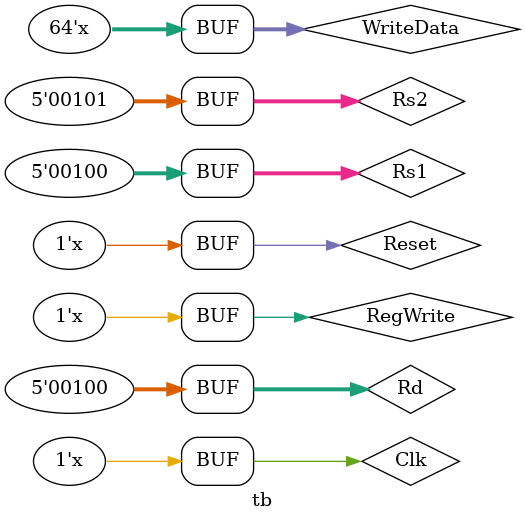
<source format=v>
module tb
(
);
reg [63:0]WriteData;
reg [4:0]Rs1;
reg [4:0]Rs2;
reg [4:0]Rd;
reg RegWrite;
reg Clk, Reset;

wire [63:0]ReadData1;
wire [63:0]ReadData2;

registerFile rf
(
  .WriteData(WriteData),
  .Rs1(Rs1),
  .Rs2(Rs2),
  .Rd(Rd),
  .RegWrite(RegWrite),
  .Clk(Clk),
  .Reset(Reset),
  .ReadData1(ReadData1),
  .ReadData2(ReadData2)
);

initial
begin
  WriteData <= 64'd100;
  Rs1 <= 5'd2;
  Rs2 <= 5'd3;
  Rd <= 5'd3;
  
  RegWrite <= 0;
  Clk <= 0;
  Reset <= 0; 
end

always
begin
  #5 WriteData <= WriteData + 64'd1;
  #5 Clk <= ~Clk;
end

always
begin
  #30 RegWrite <= ~RegWrite;
  #30 Reset <= ~Reset;
  #0 RegWrite <= ~RegWrite;
end

always
begin
  #120 Rs1 <= 5'd4;
  #0 Rs2 <= 5'd5;
  #0 Rd <= 5'd4;
end

endmodule
</source>
